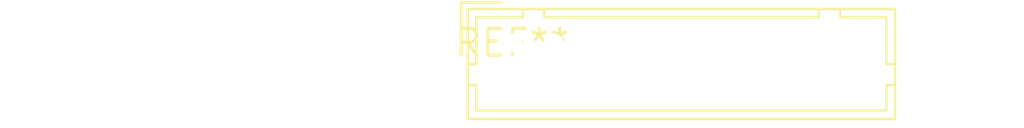
<source format=kicad_pcb>
(kicad_pcb (version 20240108) (generator pcbnew)
  (layers (0 "F.Cu" signal) (31 "B.Cu" signal) (34 "B.Paste" user) (35 "F.Paste" user) (36 "B.SilkS" user "B.Silkscreen") (37 "F.SilkS" user "F.Silkscreen") (38 "B.Mask" user) (39 "F.Mask" user) (44 "Edge.Cuts" user))
  (net 0 "")
  (footprint "Hirose_DF11-18DP-2DSA_2x09_P2.00mm_Vertical" (layer "F.Cu") (at 0 0)
    (property "Reference" "REF**")
    (property "Value" "Hirose_DF11-18DP-2DSA_2x09_P2.00mm_Vertical")
    (fp_line (start -2.41 -1.91) (end -0.5 -1.91) (layer "F.SilkS") (stroke (width 0.12)))
    (fp_line (start -2.41 0) (end -2.41 -1.91) (layer "F.SilkS") (stroke (width 0.12)))
    (fp_line (start -2.1 -1.6) (end -2.1 3.6) (layer "F.SilkS") (stroke (width 0.12)))
    (fp_line (start -2.1 1) (end -1.7 1) (layer "F.SilkS") (stroke (width 0.12)))
    (fp_line (start -2.1 2) (end -1.7 2) (layer "F.SilkS") (stroke (width 0.12)))
    (fp_line (start -2.1 3.6) (end 18.1 3.6) (layer "F.SilkS") (stroke (width 0.12)))
    (fp_line (start -1.7 -1.2) (end 0.5 -1.2) (layer "F.SilkS") (stroke (width 0.12)))
    (fp_line (start -1.7 1) (end -1.7 -1.2) (layer "F.SilkS") (stroke (width 0.12)))
    (fp_line (start -1.7 2) (end -1.7 3.2) (layer "F.SilkS") (stroke (width 0.12)))
    (fp_line (start -1.7 3.2) (end 17.7 3.2) (layer "F.SilkS") (stroke (width 0.12)))
    (fp_line (start 0.5 -1.2) (end 0.5 -1.6) (layer "F.SilkS") (stroke (width 0.12)))
    (fp_line (start 1.5 -1.6) (end 1.5 -1.2) (layer "F.SilkS") (stroke (width 0.12)))
    (fp_line (start 1.5 -1.2) (end 14.5 -1.2) (layer "F.SilkS") (stroke (width 0.12)))
    (fp_line (start 14.5 -1.2) (end 14.5 -1.6) (layer "F.SilkS") (stroke (width 0.12)))
    (fp_line (start 15.5 -1.2) (end 15.5 -1.6) (layer "F.SilkS") (stroke (width 0.12)))
    (fp_line (start 17.7 -1.2) (end 15.5 -1.2) (layer "F.SilkS") (stroke (width 0.12)))
    (fp_line (start 17.7 1) (end 17.7 -1.2) (layer "F.SilkS") (stroke (width 0.12)))
    (fp_line (start 17.7 2) (end 18.1 2) (layer "F.SilkS") (stroke (width 0.12)))
    (fp_line (start 17.7 3.2) (end 17.7 2) (layer "F.SilkS") (stroke (width 0.12)))
    (fp_line (start 18.1 -1.6) (end -2.1 -1.6) (layer "F.SilkS") (stroke (width 0.12)))
    (fp_line (start 18.1 1) (end 17.7 1) (layer "F.SilkS") (stroke (width 0.12)))
    (fp_line (start 18.1 3.6) (end 18.1 -1.6) (layer "F.SilkS") (stroke (width 0.12)))
    (pad "1" thru_hole roundrect (at 0 0) (size 1.2 1.65) (drill 0.85) (layers *.Cu *.Mask) (remove_unused_layers) (roundrect_rratio 0.208333))
    (pad "2" thru_hole oval (at 0 2) (size 1.2 1.65) (drill 0.85) (layers *.Cu *.Mask) (remove_unused_layers))
    (pad "3" thru_hole oval (at 2 0) (size 1.2 1.65) (drill 0.85) (layers *.Cu *.Mask) (remove_unused_layers))
    (pad "4" thru_hole oval (at 2 2) (size 1.2 1.65) (drill 0.85) (layers *.Cu *.Mask) (remove_unused_layers))
    (pad "5" thru_hole oval (at 4 0) (size 1.2 1.65) (drill 0.85) (layers *.Cu *.Mask) (remove_unused_layers))
    (pad "6" thru_hole oval (at 4 2) (size 1.2 1.65) (drill 0.85) (layers *.Cu *.Mask) (remove_unused_layers))
    (pad "7" thru_hole oval (at 6 0) (size 1.2 1.65) (drill 0.85) (layers *.Cu *.Mask) (remove_unused_layers))
    (pad "8" thru_hole oval (at 6 2) (size 1.2 1.65) (drill 0.85) (layers *.Cu *.Mask) (remove_unused_layers))
    (pad "9" thru_hole oval (at 8 0) (size 1.2 1.65) (drill 0.85) (layers *.Cu *.Mask) (remove_unused_layers))
    (pad "10" thru_hole oval (at 8 2) (size 1.2 1.65) (drill 0.85) (layers *.Cu *.Mask) (remove_unused_layers))
    (pad "11" thru_hole oval (at 10 0) (size 1.2 1.65) (drill 0.85) (layers *.Cu *.Mask) (remove_unused_layers))
    (pad "12" thru_hole oval (at 10 2) (size 1.2 1.65) (drill 0.85) (layers *.Cu *.Mask) (remove_unused_layers))
    (pad "13" thru_hole oval (at 12 0) (size 1.2 1.65) (drill 0.85) (layers *.Cu *.Mask) (remove_unused_layers))
    (pad "14" thru_hole oval (at 12 2) (size 1.2 1.65) (drill 0.85) (layers *.Cu *.Mask) (remove_unused_layers))
    (pad "15" thru_hole oval (at 14 0) (size 1.2 1.65) (drill 0.85) (layers *.Cu *.Mask) (remove_unused_layers))
    (pad "16" thru_hole oval (at 14 2) (size 1.2 1.65) (drill 0.85) (layers *.Cu *.Mask) (remove_unused_layers))
    (pad "17" thru_hole oval (at 16 0) (size 1.2 1.65) (drill 0.85) (layers *.Cu *.Mask) (remove_unused_layers))
    (pad "18" thru_hole oval (at 16 2) (size 1.2 1.65) (drill 0.85) (layers *.Cu *.Mask) (remove_unused_layers))
  )
)
</source>
